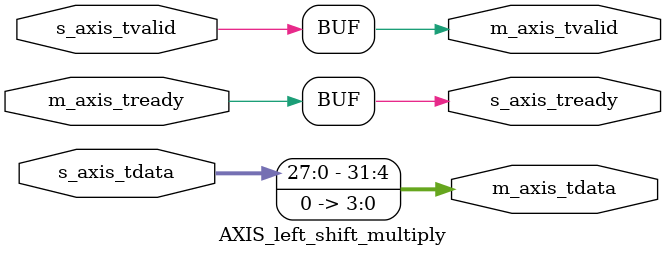
<source format=v>

module AXIS_left_shift_multiply #(
  parameter WIDTH = 32
)(
  input  s_axis_tvalid,
  input  signed [WIDTH-1:0] s_axis_tdata,
  input  m_axis_tready,
  output s_axis_tready,
  output m_axis_tvalid,
  output signed [WIDTH-1:0] m_axis_tdata
);

assign s_axis_tready = m_axis_tready;
assign m_axis_tdata = s_axis_tdata <<< 4;
assign m_axis_tvalid = s_axis_tvalid;

endmodule
</source>
